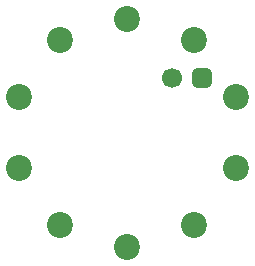
<source format=gbs>
G04 Layer_Color=16711935*
%FSLAX25Y25*%
%MOIN*%
G70*
G01*
G75*
%ADD15C,0.08661*%
G04:AMPARAMS|DCode=16|XSize=66.93mil|YSize=66.93mil|CornerRadius=18.7mil|HoleSize=0mil|Usage=FLASHONLY|Rotation=180.000|XOffset=0mil|YOffset=0mil|HoleType=Round|Shape=RoundedRectangle|*
%AMROUNDEDRECTD16*
21,1,0.06693,0.02953,0,0,180.0*
21,1,0.02953,0.06693,0,0,180.0*
1,1,0.03740,-0.01476,0.01476*
1,1,0.03740,0.01476,0.01476*
1,1,0.03740,0.01476,-0.01476*
1,1,0.03740,-0.01476,-0.01476*
%
%ADD16ROUNDEDRECTD16*%
%ADD17C,0.06693*%
D15*
X-22434Y30644D02*
D03*
X-36239Y11644D02*
D03*
Y-11841D02*
D03*
X-22434Y-30841D02*
D03*
X-98Y-38098D02*
D03*
X22237Y-30841D02*
D03*
X36042Y-11841D02*
D03*
Y11644D02*
D03*
X22237Y30644D02*
D03*
X-98Y37902D02*
D03*
D16*
X24902Y18209D02*
D03*
D17*
X14902D02*
D03*
M02*

</source>
